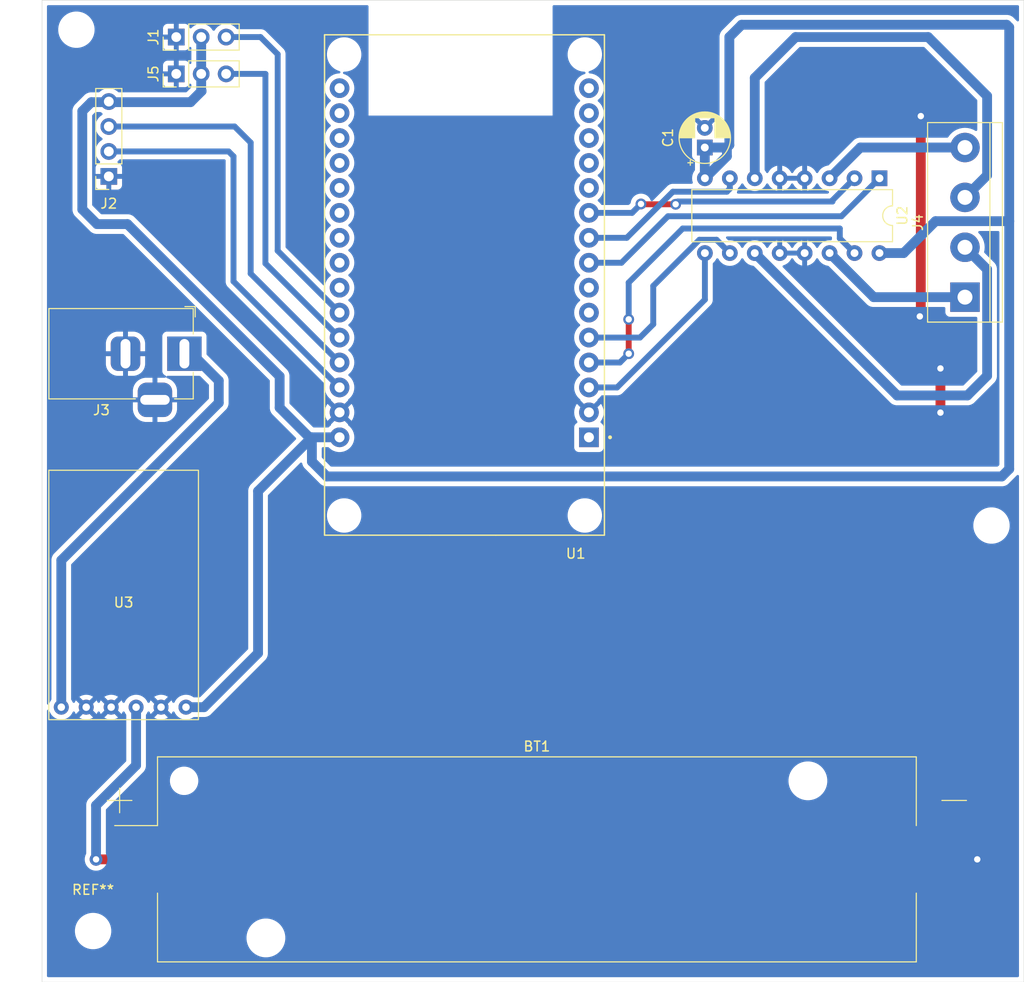
<source format=kicad_pcb>
(kicad_pcb (version 20240108) (generator "pcbnew") (generator_version "8.0")
  (layers (0 "F.Cu" signal) (31 "B.Cu" signal) (34 "B.Paste" user) (35 "F.Paste" user) (36 "B.SilkS" user "B.Silkscreen") (37 "F.SilkS" user "F.Silkscreen") (38 "B.Mask" user) (39 "F.Mask" user) (44 "Edge.Cuts" user))
  (net 0 "")
  (net 1 "GND")
  (net 2 "+BATT")
  (net 3 "+5V")
  (net 4 "/servo1")
  (net 5 "/trig")
  (net 6 "/echo")
  (net 7 "VDC")
  (net 8 "/pot_1y")
  (net 9 "/pot_4y")
  (net 10 "/pot_2y")
  (net 11 "/pot_3y")
  (net 12 "/servo2")
  (net 15 "/en12")
  (net 20 "/4a")
  (net 26 "/1a")
  (net 31 "/2a")
  (net 34 "/en23")
  (net 35 "/3a")
  (footprint "devkit-esp32:MODULE_ESP32_DEVKIT_V1" (layer "F.Cu") (at 82.5 64 180)
    (property "Reference" "U1" (at -11.355 -27.36 0) (layer "F.SilkS"))
    (property "Value" "ESP32-DEVKIT-V1")
    (fp_line (start 14.23 25.475) (end -14.28 25.475) (stroke (width 0.127)) (layer "F.SilkS"))
    (fp_line (start 14.23 -25.475) (end 14.23 25.475) (stroke (width 0.127)) (layer "F.SilkS"))
    (fp_line (start 14.23 -25.475) (end 14.23 25.475) (stroke (width 0.127)) (layer "F.SilkS"))
    (fp_line (start 8.78 25.475) (end 14.23 25.475) (stroke (width 0.127)) (layer "F.SilkS"))
    (fp_line (start 3.5 -25.475) (end 14.23 -25.475) (stroke (width 0.127)) (layer "F.SilkS"))
    (fp_line (start -3.211 -25.475) (end 3.5 -25.475) (stroke (width 0.127)) (layer "F.SilkS"))
    (fp_line (start -8.91 25.475) (end 8.78 25.475) (stroke (width 0.127)) (layer "F.SilkS"))
    (fp_line (start -14.28 25.475) (end -8.91 25.475) (stroke (width 0.127)) (layer "F.SilkS"))
    (fp_line (start -14.28 25.475) (end -14.28 -25.475) (stroke (width 0.127)) (layer "F.SilkS"))
    (fp_line (start -14.28 25.475) (end -14.28 -25.475) (stroke (width 0.127)) (layer "F.SilkS"))
    (fp_line (start -14.28 -25.475) (end 14.23 -25.475) (stroke (width 0.127)) (layer "F.SilkS"))
    (fp_line (start -14.28 -25.475) (end -3.211 -25.475) (stroke (width 0.127)) (layer "F.SilkS"))
    (fp_circle (center -14.85 -15.515) (end -14.75 -15.515) (stroke (width 0.2)) (fill none) (layer "F.SilkS"))
    (pad "" np_thru_hole circle (at -12.28 -23.475 180) (size 3 3) (drill 3) (layers "*.Cu" "*.Mask"))
    (pad "" np_thru_hole circle (at -12.28 23.475 180) (size 3 3) (drill 3) (layers "*.Cu" "*.Mask"))
    (pad "" np_thru_hole circle (at 12.23 -23.475 180) (size 3 3) (drill 3) (layers "*.Cu" "*.Mask"))
    (pad "" np_thru_hole circle (at 12.23 23.475 180) (size 3 3) (drill 3) (layers "*.Cu" "*.Mask"))
    (pad "1" thru_hole rect (at -12.7 -15.515 180) (size 2 2) (drill 1.02) (layers "*.Cu" "*.Mask"))
    (pad "2" thru_hole circle (at -12.7 -12.975 180) (size 2 2) (drill 1.02) (layers "*.Cu" "*.Mask") (net 1 "GND"))
    (pad "3" thru_hole circle (at -12.7 -10.435 180) (size 2 2) (drill 1.02) (layers "*.Cu" "*.Mask") (net 34 "/en23"))
    (pad "4" thru_hole circle (at -12.7 -7.895 180) (size 2 2) (drill 1.02) (layers "*.Cu" "*.Mask") (net 20 "/4a"))
    (pad "5" thru_hole circle (at -12.7 -5.355 180) (size 2 2) (drill 1.02) (layers "*.Cu" "*.Mask") (net 35 "/3a"))
    (pad "6" thru_hole circle (at -12.7 -2.815 180) (size 2 2) (drill 1.02) (layers "*.Cu" "*.Mask"))
    (pad "7" thru_hole circle (at -12.7 -0.275 180) (size 2 2) (drill 1.02) (layers "*.Cu" "*.Mask"))
    (pad "8" thru_hole circle (at -12.7 2.265 180) (size 2 2) (drill 1.02) (layers "*.Cu" "*.Mask") (net 15 "/en12"))
    (pad "9" thru_hole circle (at -12.7 4.805 180) (size 2 2) (drill 1.02) (layers "*.Cu" "*.Mask") (net 31 "/2a"))
    (pad "10" thru_hole circle (at -12.7 7.345 180) (size 2 2) (drill 1.02) (layers "*.Cu" "*.Mask") (net 26 "/1a"))
    (pad "11" thru_hole circle (at -12.7 9.885 180) (size 2 2) (drill 1.02) (layers "*.Cu" "*.Mask"))
    (pad "12" thru_hole circle (at -12.7 12.425 180) (size 2 2) (drill 1.02) (layers "*.Cu" "*.Mask"))
    (pad "13" thru_hole circle (at -12.7 14.965 180) (size 2 2) (drill 1.02) (layers "*.Cu" "*.Mask"))
    (pad "14" thru_hole circle (at -12.7 17.505 180) (size 2 2) (drill 1.02) (layers "*.Cu" "*.Mask"))
    (pad "15" thru_hole circle (at -12.7 20.045 180) (size 2 2) (drill 1.02) (layers "*.Cu" "*.Mask"))
    (pad "16" thru_hole circle (at 12.7 20.045 180) (size 2 2) (drill 1.02) (layers "*.Cu" "*.Mask"))
    (pad "17" thru_hole circle (at 12.7 17.505 180) (size 2 2) (drill 1.02) (layers "*.Cu" "*.Mask"))
    (pad "18" thru_hole circle (at 12.7 14.965 180) (size 2 2) (drill 1.02) (layers "*.Cu" "*.Mask"))
    (pad "19" thru_hole circle (at 12.7 12.425 180) (size 2 2) (drill 1.02) (layers "*.Cu" "*.Mask"))
    (pad "20" thru_hole circle (at 12.7 9.885 180) (size 2 2) (drill 1.02) (layers "*.Cu" "*.Mask"))
    (pad "21" thru_hole circle (at 12.7 7.345 180) (size 2 2) (drill 1.02) (layers "*.Cu" "*.Mask"))
    (pad "22" thru_hole circle (at 12.7 4.805 180) (size 2 2) (drill 1.02) (layers "*.Cu" "*.Mask"))
    (pad "23" thru_hole circle (at 12.7 2.265 180) (size 2 2) (drill 1.02) (layers "*.Cu" "*.Mask"))
    (pad "24" thru_hole circle (at 12.7 -0.275 180) (size 2 2) (drill 1.02) (layers "*.Cu" "*.Mask"))
    (pad "25" thru_hole circle (at 12.7 -2.815 180) (size 2 2) (drill 1.02) (layers "*.Cu" "*.Mask") (net 4 "/servo1"))
    (pad "26" thru_hole circle (at 12.7 -5.355 180) (size 2 2) (drill 1.02) (layers "*.Cu" "*.Mask") (net 12 "/servo2"))
    (pad "27" thru_hole circle (at 12.7 -7.895 180) (size 2 2) (drill 1.02) (layers "*.Cu" "*.Mask") (net 5 "/trig"))
    (pad "28" thru_hole circle (at 12.7 -10.435 180) (size 2 2) (drill 1.02) (layers "*.Cu" "*.Mask") (net 6 "/echo"))
    (pad "29" thru_hole circle (at 12.7 -12.975 180) (size 2 2) (drill 1.02) (layers "*.Cu" "*.Mask") (net 1 "GND"))
    (pad "30" thru_hole circle (at 12.7 -15.515 180) (size 2 2) (drill 1.02) (layers "*.Cu" "*.Mask") (net 3 "+5V"))
    (zone (net 0) (net_name "") (layer "B.Cu") (connect_pads (clearance 0)) (min_thickness 0.01)
      (keepout (tracks not_allowed) (vias not_allowed) (pads not_allowed) (copperpour not_allowed) (footprints allowed))
      (fill (thermal_gap 0.508) (thermal_bridge_width 0.508))
      (polygon (pts (xy 91.41 45.015) (xy 73.72 45.015) (xy 73.72 38.525) (xy 91.41 38.525)))
    )
  )
  (footprint "Connector_BarrelJack:BarrelJack_Horizontal" (layer "F.Cu") (at 54 71)
    (property "Reference" "J3" (at -8.45 5.75 0) (layer "F.SilkS"))
    (property "Value" "Barrel_Jack_Switch")
    (fp_line (start -13.8 -4.6) (end 0.9 -4.6) (stroke (width 0.12)) (layer "F.SilkS"))
    (fp_line (start -13.8 4.6) (end -13.8 -4.6) (stroke (width 0.12)) (layer "F.SilkS"))
    (fp_line (start -5 4.6) (end -13.8 4.6) (stroke (width 0.12)) (layer "F.SilkS"))
    (fp_line (start 0.05 -4.8) (end 1.1 -4.8) (stroke (width 0.12)) (layer "F.SilkS"))
    (fp_line (start 0.9 -4.6) (end 0.9 -2) (stroke (width 0.12)) (layer "F.SilkS"))
    (fp_line (start 0.9 1.9) (end 0.9 4.6) (stroke (width 0.12)) (layer "F.SilkS"))
    (fp_line (start 0.9 4.6) (end -1 4.6) (stroke (width 0.12)) (layer "F.SilkS"))
    (fp_line (start 1.1 -3.75) (end 1.1 -4.8) (stroke (width 0.12)) (layer "F.SilkS"))
    (pad "1" thru_hole rect (at 0 0) (size 3.5 3.5) (drill oval 1 3) (layers "*.Cu" "*.Mask") (net 7 "VDC"))
    (pad "2" thru_hole roundrect (at -6 0) (size 3 3.5) (drill oval 1 3) (layers "*.Cu" "*.Mask") (net 1 "GND"))
    (pad "3" thru_hole roundrect (at -3 4.7) (size 3.5 3.5) (drill oval 3 1) (layers "*.Cu" "*.Mask") (net 1 "GND"))
  )
  (footprint "cd42:mh-cd42" (layer "F.Cu") (at 47.81 95.57)
    (property "Reference" "U3" (at 0 0.77 0) (layer "F.SilkS"))
    (property "Value" "mh-cd42")
    (fp_rect (start -7.62 -12.7) (end 7.62 12.7) (stroke (width 0.12)) (fill none) (layer "F.SilkS"))
    (pad "1" thru_hole circle (at -6.35 11.43) (size 1.524 1.524) (drill 0.762) (layers "*.Cu" "*.Mask") (net 7 "VDC"))
    (pad "2" thru_hole circle (at -3.81 11.43) (size 1.524 1.524) (drill 0.762) (layers "*.Cu" "*.Mask") (net 1 "GND"))
    (pad "3" thru_hole circle (at -1.27 11.43) (size 1.524 1.524) (drill 0.762) (layers "*.Cu" "*.Mask") (net 1 "GND"))
    (pad "4" thru_hole circle (at 1.27 11.43) (size 1.524 1.524) (drill 0.762) (layers "*.Cu" "*.Mask") (net 2 "+BATT"))
    (pad "5" thru_hole circle (at 3.81 11.43) (size 1.524 1.524) (drill 0.762) (layers "*.Cu" "*.Mask") (net 1 "GND"))
    (pad "6" thru_hole circle (at 6.35 11.43) (size 1.524 1.524) (drill 0.762) (layers "*.Cu" "*.Mask") (net 3 "+5V"))
  )
  (footprint "Connector_PinHeader_2.54mm:PinHeader_1x03_P2.54mm_Vertical" (layer "F.Cu") (at 53.17 42.5 90)
    (property "Reference" "J5" (at 0 -2.33 90) (layer "F.SilkS"))
    (property "Value" "servo2")
    (fp_line (start -1.33 -1.33) (end 0 -1.33) (stroke (width 0.12)) (layer "F.SilkS"))
    (fp_line (start -1.33 0) (end -1.33 -1.33) (stroke (width 0.12)) (layer "F.SilkS"))
    (fp_line (start 1.33 1.27) (end 1.33 6.41) (stroke (width 0.12)) (layer "F.SilkS"))
    (fp_line (start -1.33 1.27) (end 1.33 1.27) (stroke (width 0.12)) (layer "F.SilkS"))
    (fp_line (start -1.33 1.27) (end -1.33 6.41) (stroke (width 0.12)) (layer "F.SilkS"))
    (fp_line (start -1.33 6.41) (end 1.33 6.41) (stroke (width 0.12)) (layer "F.SilkS"))
    (pad "1" thru_hole rect (at 0 0 90) (size 1.7 1.7) (drill 1) (layers "*.Cu" "*.Mask") (net 1 "GND"))
    (pad "2" thru_hole oval (at 0 2.54 90) (size 1.7 1.7) (drill 1) (layers "*.Cu" "*.Mask") (net 3 "+5V"))
    (pad "3" thru_hole oval (at 0 5.08 90) (size 1.7 1.7) (drill 1) (layers "*.Cu" "*.Mask") (net 12 "/servo2"))
  )
  (footprint "MountingHole:MountingHole_3.2mm_M3" (layer "F.Cu") (at 44.7 129.8)
    (property "Reference" "REF**" (at 0 -4.2 0) (layer "F.SilkS"))
    (property "Value" "MountingHole_3.2mm_M3")
    (pad "" np_thru_hole circle (at 0 0) (size 3.2 3.2) (drill 3.2) (layers "*.Cu" "*.Mask"))
  )
  (footprint "Connector_PinSocket_2.54mm:PinSocket_1x04_P2.54mm_Vertical" (layer "F.Cu") (at 46.3 52.94 180)
    (property "Reference" "J2" (at 0 -2.77 0) (layer "F.SilkS"))
    (property "Value" "ultrasonido")
    (fp_line (start 1.33 1.27) (end 1.33 8.95) (stroke (width 0.12)) (layer "F.SilkS"))
    (fp_line (start 1.33 -1.33) (end 1.33 0) (stroke (width 0.12)) (layer "F.SilkS"))
    (fp_line (start 0 -1.33) (end 1.33 -1.33) (stroke (width 0.12)) (layer "F.SilkS"))
    (fp_line (start -1.33 8.95) (end 1.33 8.95) (stroke (width 0.12)) (layer "F.SilkS"))
    (fp_line (start -1.33 1.27) (end 1.33 1.27) (stroke (width 0.12)) (layer "F.SilkS"))
    (fp_line (start -1.33 1.27) (end -1.33 8.95) (stroke (width 0.12)) (layer "F.SilkS"))
    (pad "1" thru_hole rect (at 0 0 180) (size 1.7 1.7) (drill 1) (layers "*.Cu" "*.Mask") (net 1 "GND"))
    (pad "2" thru_hole oval (at 0 2.54 180) (size 1.7 1.7) (drill 1) (layers "*.Cu" "*.Mask") (net 6 "/echo"))
    (pad "3" thru_hole oval (at 0 5.08 180) (size 1.7 1.7) (drill 1) (layers "*.Cu" "*.Mask") (net 5 "/trig"))
    (pad "4" thru_hole oval (at 0 7.62 180) (size 1.7 1.7) (drill 1) (layers "*.Cu" "*.Mask") (net 3 "+5V"))
  )
  (footprint "Battery:BatteryHolder_Keystone_1042_1x18650" (layer "F.Cu") (at 89.9 122.5)
    (property "Reference" "BT1" (at 0 -11.5 0) (layer "F.SilkS"))
    (property "Value" "Battery")
    (fp_line (start -43.75 -6) (end -41.25 -6) (stroke (width 0.12)) (layer "F.SilkS"))
    (fp_line (start -42.5 -4.75) (end -42.5 -7.25) (stroke (width 0.12)) (layer "F.SilkS"))
    (fp_line (start -38.64 -10.44) (end -38.64 -3.44) (stroke (width 0.12)) (layer "F.SilkS"))
    (fp_line (start -38.64 -3.44) (end -43 -3.44) (stroke (width 0.12)) (layer "F.SilkS"))
    (fp_line (start -38.64 10.44) (end -38.64 3.44) (stroke (width 0.12)) (layer "F.SilkS"))
    (fp_line (start 38.64 -10.44) (end -38.64 -10.44) (stroke (width 0.12)) (layer "F.SilkS"))
    (fp_line (start 38.64 -3.44) (end 38.64 -10.42) (stroke (width 0.12)) (layer "F.SilkS"))
    (fp_line (start 38.64 3.44) (end 38.64 10.44) (stroke (width 0.12)) (layer "F.SilkS"))
    (fp_line (start 38.64 10.44) (end -38.64 10.44) (stroke (width 0.12)) (layer "F.SilkS"))
    (fp_line (start 43.75 -6) (end 41.25 -6) (stroke (width 0.12)) (layer "F.SilkS"))
    (pad "" np_thru_hole circle (at -35.93 -8) (size 2.39 2.39) (drill 2.39) (layers "*.Cu" "*.Mask"))
    (pad "" np_thru_hole circle (at -27.6 8) (size 3.45 3.45) (drill 3.45) (layers "*.Cu" "*.Mask"))
    (pad "" np_thru_hole circle (at 27.6 -8) (size 3.45 3.45) (drill 3.45) (layers "*.Cu" "*.Mask"))
    (pad "1" smd rect (at -39.33 0) (size 7.34 6.35) (layers "F.Cu" "F.Paste" "F.Mask") (net 2 "+BATT"))
    (pad "2" smd rect (at 39.33 0) (size 7.34 6.35) (layers "F.Cu" "F.Paste" "F.Mask") (net 1 "GND"))
  )
  (footprint "Capacitor_THT:CP_Radial_D5.0mm_P2.00mm" (layer "F.Cu") (at 107 50 90)
    (property "Reference" "C1" (at 1 -3.75 90) (layer "F.SilkS"))
    (property "Value" "1u")
    (fp_line (start 1.04 -2.58) (end 1.04 -1.04) (stroke (width 0.12)) (layer "F.SilkS"))
    (fp_line (start 1 -2.58) (end 1 -1.04) (stroke (width 0.12)) (layer "F.SilkS"))
    (fp_line (start 1.08 -2.579) (end 1.08 -1.04) (stroke (width 0.12)) (layer "F.SilkS"))
    (fp_line (start 1.12 -2.578) (end 1.12 -1.04) (stroke (width 0.12)) (layer "F.SilkS"))
    (fp_line (start 1.16 -2.576) (end 1.16 -1.04) (stroke (width 0.12)) (layer "F.SilkS"))
    (fp_line (start 1.2 -2.573) (end 1.2 -1.04) (stroke (width 0.12)) (layer "F.SilkS"))
    (fp_line (start 1.24 -2.569) (end 1.24 -1.04) (stroke (width 0.12)) (layer "F.SilkS"))
    (fp_line (start 1.28 -2.565) (end 1.28 -1.04) (stroke (width 0.12)) (layer "F.SilkS"))
    (fp_line (start 1.32 -2.561) (end 1.32 -1.04) (stroke (width 0.12)) (layer "F.SilkS"))
    (fp_line (start 1.36 -2.556) (end 1.36 -1.04) (stroke (width 0.12)) (layer "F.SilkS"))
    (fp_line (start 1.4 -2.55) (end 1.4 -1.04) (stroke (width 0.12)) (layer "F.SilkS"))
    (fp_line (start 1.44 -2.543) (end 1.44 -1.04) (stroke (width 0.12)) (layer "F.SilkS"))
    (fp_line (start 1.48 -2.536) (end 1.48 -1.04) (stroke (width 0.12)) (layer "F.SilkS"))
    (fp_line (start 1.52 -2.528) (end 1.52 -1.04) (stroke (width 0.12)) (layer "F.SilkS"))
    (fp_line (start 1.56 -2.52) (end 1.56 -1.04) (stroke (width 0.12)) (layer "F.SilkS"))
    (fp_line (start 1.6 -2.511) (end 1.6 -1.04) (stroke (width 0.12)) (layer "F.SilkS"))
    (fp_line (start 1.64 -2.501) (end 1.64 -1.04) (stroke (width 0.12)) (layer "F.SilkS"))
    (fp_line (start 1.68 -2.491) (end 1.68 -1.04) (stroke (width 0.12)) (layer "F.SilkS"))
    (fp_line (start 1.721 -2.48) (end 1.721 -1.04) (stroke (width 0.12)) (layer "F.SilkS"))
    (fp_line (start 1.761 -2.468) (end 1.761 -1.04) (stroke (width 0.12)) (layer "F.SilkS"))
    (fp_line (start 1.801 -2.455) (end 1.801 -1.04) (stroke (width 0.12)) (layer "F.SilkS"))
    (fp_line (start 1.841 -2.442) (end 1.841 -1.04) (stroke (width 0.12)) (layer "F.SilkS"))
    (fp_line (start 1.881 -2.428) (end 1.881 -1.04) (stroke (width 0.12)) (layer "F.SilkS"))
    (fp_line (start 1.921 -2.414) (end 1.921 -1.04) (stroke (width 0.12)) (layer "F.SilkS"))
    (fp_line (start 1.961 -2.398) (end 1.961 -1.04) (stroke (width 0.12)) (layer "F.SilkS"))
    (fp_line (start 2.001 -2.382) (end 2.001 -1.04) (stroke (width 0.12)) (layer "F.SilkS"))
    (fp_line (start 2.041 -2.365) (end 2.041 -1.04) (stroke (width 0.12)) (layer "F.SilkS"))
    (fp_line (start 2.081 -2.348) (end 2.081 -1.04) (stroke (width 0.12)) (layer "F.SilkS"))
    (fp_line (start 2.121 -2.329) (end 2.121 -1.04) (stroke (width 0.12)) (layer "F.SilkS"))
    (fp_line (start 2.161 -2.31) (end 2.161 -1.04) (stroke (width 0.12)) (layer "F.SilkS"))
    (fp_line (start 2.201 -2.29) (end 2.201 -1.04) (stroke (width 0.12)) (layer "F.SilkS"))
    (fp_line (start 2.241 -2.268) (end 2.241 -1.04) (stroke (width 0.12)) (layer "F.SilkS"))
    (fp_line (start 2.281 -2.247) (end 2.281 -1.04) (stroke (width 0.12)) (layer "F.SilkS"))
    (fp_line (start 2.321 -2.224) (end 2.321 -1.04) (stroke (width 0.12)) (layer "F.SilkS"))
    (fp_line (start 2.361 -2.2) (end 2.361 -1.04) (stroke (width 0.12)) (layer "F.SilkS"))
    (fp_line (start 2.401 -2.175) (end 2.401 -1.04) (stroke (width 0.12)) (layer "F.SilkS"))
    (fp_line (start 2.441 -2.149) (end 2.441 -1.04) (stroke (width 0.12)) (layer "F.SilkS"))
    (fp_line (start 2.481 -2.122) (end 2.481 -1.04) (stroke (width 0.12)) (layer "F.SilkS"))
    (fp_line (start 2.521 -2.095) (end 2.521 -1.04) (stroke (width 0.12)) (layer "F.SilkS"))
    (fp_line (start 2.561 -2.065) (end 2.561 -1.04) (stroke (width 0.12)) (layer "F.SilkS"))
    (fp_line (start 2.601 -2.035) (end 2.601 -1.04) (stroke (width 0.12)) (layer "F.SilkS"))
    (fp_line (start 2.641 -2.004) (end 2.641 -1.04) (stroke (width 0.12)) (layer "F.SilkS"))
    (fp_line (start 2.681 -1.971) (end 2.681 -1.04) (stroke (width 0.12)) (layer "F.SilkS"))
    (fp_line (start 2.721 -1.937) (end 2.721 -1.04) (stroke (width 0.12)) (layer "F.SilkS"))
    (fp_line (start 2.761 -1.901) (end 2.761 -1.04) (stroke (width 0.12)) (layer "F.SilkS"))
    (fp_line (start 2.801 -1.864) (end 2.801 -1.04) (stroke (width 0.12)) (layer "F.SilkS"))
    (fp_line (start 2.841 -1.826) (end 2.841 -1.04) (stroke (width 0.12)) (layer "F.SilkS"))
    (fp_line (start 2.881 -1.785) (end 2.881 -1.04) (stroke (width 0.12)) (layer "F.SilkS"))
    (fp_line (start 2.921 -1.743) (end 2.921 -1.04) (stroke (width 0.12)) (layer "F.SilkS"))
    (fp_line (start -1.554775 -1.725) (end -1.554775 -1.225) (stroke (width 0.12)) (layer "F.SilkS"))
    (fp_line (start 2.961 -1.699) (end 2.961 -1.04) (stroke (width 0.12)) (layer "F.SilkS"))
    (fp_line (start 3.001 -1.653) (end 3.001 -1.04) (stroke (width 0.12)) (layer "F.SilkS"))
    (fp_line (start 3.041 -1.605) (end 3.041 1.605) (stroke (width 0.12)) (layer "F.SilkS"))
    (fp_line (start 3.081 -1.554) (end 3.081 1.554) (stroke (width 0.12)) (layer "F.SilkS"))
    (fp_line (start 3.121 -1.5) (end 3.121 1.5) (stroke (width 0.12)) (layer "F.SilkS"))
    (fp_line (start -1.804775 -1.475) (end -1.304775 -1.475) (stroke (width 0.12)) (layer "F.SilkS"))
    (fp_line (start 3.161 -1.443) (end 3.161 1.443) (stroke (width 0.12)) (layer "F.SilkS"))
    (fp_line (start 3.201 -1.383) (end 3.201 1.383) (stroke (width 0.12)) (layer "F.SilkS"))
    (fp_line (start 3.241 -1.319) (end 3.241 1.319) (stroke (width 0.12)) (layer "F.SilkS"))
    (fp_line (start 3.281 -1.251) (end 3.281 1.251) (stroke (width 0.12)) (layer "F.SilkS"))
    (fp_line (start 3.321 -1.178) (end 3.321 1.178) (stroke (width 0.12)) (layer "F.SilkS"))
    (fp_line (start 3.361 -1.098) (end 3.361 1.098) (stroke (width 0.12)) (layer "F.SilkS"))
    (fp_line (start 3.401 -1.011) (end 3.401 1.011) (stroke (width 0.12)) (layer "F.SilkS"))
    (fp_line (start 3.441 -0.915) (end 3.441 0.915) (stroke (width 0.12)) (layer "F.SilkS"))
    (fp_line (start 3.481 -0.805) (end 3.481 0.805) (stroke (width 0.12)) (layer "F.SilkS"))
    (fp_line (start 3.521 -0.677) (end 3.521 0.677) (stroke (width 0.12)) (layer "F.SilkS"))
    (fp_line (start 3.561 -0.518) (end 3.561 0.518) (stroke (width 0.12)) (layer "F.SilkS"))
    (fp_line (start 3.601 -0.284) (end 3.601 0.284) (stroke (width 0.12)) (layer "F.SilkS"))
    (fp_line (start 3.001 1.04) (end 3.001 1.653) (stroke (width 0.12)) (layer "F.SilkS"))
    (fp_line (start 2.961 1.04) (end 2.961 1.699) (stroke (width 0.12)) (layer "F.SilkS"))
    (fp_line (start 2.921 1.04) (end 2.921 1.743) (stroke (width 0.12)) (layer "F.SilkS"))
    (fp_line (start 2.881 1.04) (end 2.881 1.785) (stroke (width 0.12)) (layer "F.SilkS"))
    (fp_line (start 2.841 1.04) (end 2.841 1.826) (stroke (width 0.12)) (layer "F.SilkS"))
    (fp_line (start 2.801 1.04) (end 2.801 1.864) (stroke (width 0.12)) (layer "F.SilkS"))
    (fp_line (start 2.761 1.04) (end 2.761 1.901) (stroke (width 0.12)) (layer "F.SilkS"))
    (fp_line (start 2.721 1.04) (end 2.721 1.937) (stroke (width 0.12)) (layer "F.SilkS"))
    (fp_line (start 2.681 1.04) (end 2.681 1.971) (stroke (width 0.12)) (layer "F.SilkS"))
    (fp_line (start 2.641 1.04) (end 2.641 2.004) (stroke (width 0.12)) (layer "F.SilkS"))
    (fp_line (start 2.601 1.04) (end 2.601 2.035) (stroke (width 0.12)) (layer "F.SilkS"))
    (fp_line (start 2.561 1.04) (end 2.561 2.065) (stroke (width 0.12)) (layer "F.SilkS"))
    (fp_line (start 2.521 1.04) (end 2.521 2.095) (stroke (width 0.12)) (layer "F.SilkS"))
    (fp_line (start 2.481 1.04) (end 2.481 2.122) (stroke (width 0.12)) (layer "F.SilkS"))
    (fp_line (start 2.441 1.04) (end 2.441 2.149) (stroke (width 0.12)) (layer "F.SilkS"))
    (fp_line (start 2.401 1.04) (end 2.401 2.175) (stroke (width 0.12)) (layer "F.SilkS"))
    (fp_line (start 2.361 1.04) (end 2.361 2.2) (stroke (width 0.12)) (layer "F.SilkS"))
    (fp_line (start 2.321 1.04) (end 2.321 2.224) (stroke (width 0.12)) (layer "F.SilkS"))
    (fp_line (start 2.281 1.04) (end 2.281 2.247) (stroke (width 0.12)) (layer "F.SilkS"))
    (fp_line (start 2.241 1.04) (end 2.241 2.268) (stroke (width 0.12)) (layer "F.SilkS"))
    (fp_line (start 2.201 1.04) (end 2.201 2.29) (stroke (width 0.12)) (layer "F.SilkS"))
    (fp_line (start 2.161 1.04) (end 2.161 2.31) (stroke (width 0.12)) (layer "F.SilkS"))
    (fp_line (start 2.121 1.04) (end 2.121 2.329) (stroke (width 0.12)) (layer "F.SilkS"))
    (fp_line (start 2.081 1.04) (end 2.081 2.348) (stroke (width 0.12)) (layer "F.SilkS"))
    (fp_line (start 2.041 1.04) (end 2.041 2.365) (stroke (width 0.12)) (layer "F.SilkS"))
    (fp_line (start 2.001 1.04) (end 2.001 2.382) (stroke (width 0.12)) (layer "F.SilkS"))
    (fp_line (start 1.961 1.04) (end 1.961 2.398) (stroke (width 0.12)) (layer "F.SilkS"))
    (fp_line (start 1.921 1.04) (end 1.921 2.414) (stroke (width 0.12)) (layer "F.SilkS"))
    (fp_line (start 1.881 1.04) (end 1.881 2.428) (stroke (width 0.12)) (layer "F.SilkS"))
    (fp_line (start 1.841 1.04) (end 1.841 2.442) (stroke (width 0.12)) (layer "F.SilkS"))
    (fp_line (start 1.801 1.04) (end 1.801 2.455) (stroke (width 0.12)) (layer "F.SilkS"))
    (fp_line (start 1.761 1.04) (end 1.761 2.468) (stroke (width 0.12)) (layer "F.SilkS"))
    (fp_line (start 1.721 1.04) (end 1.721 2.48) (stroke (width 0.12)) (layer "F.SilkS"))
    (fp_line (start 1.68 1.04) (end 1.68 2.491) (stroke (width 0.12)) (layer "F.SilkS"))
    (fp_line (start 1.64 1.04) (end 1.64 2.501) (stroke (width 0.12)) (layer "F.SilkS"))
    (fp_line (start 1.6 1.04) (end 1.6 2.511) (stroke (width 0.12)) (layer "F.SilkS"))
    (fp_line (start 1.56 1.04) (end 1.56 2.52) (stroke (width 0.12)) (layer "F.SilkS"))
    (fp_line (start 1.52 1.04) (end 1.52 2.528) (stroke (width 0.12)) (layer "F.SilkS"))
    (fp_line (start 1.48 1.04) (end 1.48 2.536) (stroke (width 0.12)) (layer "F.SilkS"))
    (fp_line (start 1.44 1.04) (end 1.44 2.543) (stroke (width 0.12)) (layer "F.SilkS"))
    (fp_line (start 1.4 1.04) (end 1.4 2.55) (stroke (width 0.12)) (layer "F.SilkS"))
    (fp_line (start 1.36 1.04) (end 1.36 2.556) (stroke (width 0.12)) (layer "F.SilkS"))
    (fp_line (start 1.32 1.04) (end 1.32 2.561) (stroke (width 0.12)) (layer "F.SilkS"))
    (fp_line (start 1.28 1.04) (end 1.28 2.565) (stroke (width 0.12)) (layer "F.SilkS"))
    (fp_line (start 1.24 1.04) (end 1.24 2.569) (stroke (width 0.12)) (layer "F.SilkS"))
    (fp_line (start 1.2 1.04) (end 1.2 2.573) (stroke (width 0.12)) (layer "F.SilkS"))
    (fp_line (start 1.16 1.04) (end 1.16 2.576) (stroke (width 0.12)) (layer "F.SilkS"))
    (fp_line (start 1.12 1.04) (end 1.12 2.578) (stroke (width 0.12)) (layer "F.SilkS"))
    (fp_line (start 1.08 1.04) (end 1.08 2.579) (stroke (width 0.12)) (layer "F.SilkS"))
    (fp_line (start 1.04 1.04) (end 1.04 2.58) (stroke (width 0.12)) (layer "F.SilkS"))
    (fp_line (start 1 1.04) (end 1 2.58) (stroke (width 0.12)) (layer "F.SilkS"))
    (fp_circle (center 1 0) (end 3.62 0) (stroke (width 0.12)) (fill none) (layer "F.SilkS"))
    (pad "1" thru_hole rect (at 0 0 90) (size 1.6 1.6) (drill 0.8) (layers "*.Cu" "*.Mask") (net 3 "+5V"))
    (pad "2" thru_hole circle (at 2 0 90) (size 1.6 1.6) (drill 0.8) (layers "*.Cu" "*.Mask") (net 1 "GND"))
  )
  (footprint "Connector_PinHeader_2.54mm:PinHeader_1x03_P2.54mm_Vertical" (layer "F.Cu") (at 53.17 38.75 90)
    (property "Reference" "J1" (at 0 -2.33 90) (layer "F.SilkS"))
    (property "Value" "servo1")
    (fp_line (start -1.33 -1.33) (end 0 -1.33) (stroke (width 0.12)) (layer "F.SilkS"))
    (fp_line (start -1.33 0) (end -1.33 -1.33) (stroke (width 0.12)) (layer "F.SilkS"))
    (fp_line (start 1.33 1.27) (end 1.33 6.41) (stroke (width 0.12)) (layer "F.SilkS"))
    (fp_line (start -1.33 1.27) (end 1.33 1.27) (stroke (width 0.12)) (layer "F.SilkS"))
    (fp_line (start -1.33 1.27) (end -1.33 6.41) (stroke (width 0.12)) (layer "F.SilkS"))
    (fp_line (start -1.33 6.41) (end 1.33 6.41) (stroke (width 0.12)) (layer "F.SilkS"))
    (pad "1" thru_hole rect (at 0 0 90) (size 1.7 1.7) (drill 1) (layers "*.Cu" "*.Mask") (net 1 "GND"))
    (pad "2" thru_hole oval (at 0 2.54 90) (size 1.7 1.7) (drill 1) (layers "*.Cu" "*.Mask") (net 3 "+5V"))
    (pad "3" thru_hole oval (at 0 5.08 90) (size 1.7 1.7) (drill 1) (layers "*.Cu" "*.Mask") (net 4 "/servo1"))
  )
  (footprint "" (layer "F.Cu") (at 43 38)
    (property "Reference" "" (at 0 0 0) (layer "F.SilkS") (effects (font (size 1.27 1.27))))
    (property "Value" "")
    (pad "" np_thru_hole circle (at 0 0) (size 3.2 3.2) (drill 3.2) (layers "F&B.Cu" "*.Mask"))
  )
  (footprint "Package_DIP:DIP-16_W7.62mm" (layer "F.Cu") (at 124.79 53.13 -90)
    (property "Reference" "U2" (at 3.81 -2.33 90) (layer "F.SilkS"))
    (property "Value" "L293D")
    (fp_line (start 1.16 19.11) (end 6.46 19.11) (stroke (width 0.12)) (layer "F.SilkS"))
    (fp_line (start 6.46 19.11) (end 6.46 -1.33) (stroke (width 0.12)) (layer "F.SilkS"))
    (fp_line (start 1.16 -1.33) (end 1.16 19.11) (stroke (width 0.12)) (layer "F.SilkS"))
    (fp_line (start 2.81 -1.33) (end 1.16 -1.33) (stroke (width 0.12)) (layer "F.SilkS"))
    (fp_line (start 6.46 -1.33) (end 4.81 -1.33) (stroke (width 0.12)) (layer "F.SilkS"))
    (fp_arc (start 4.81 -1.33) (mid 3.81 -0.33) (end 2.81 -1.33) (stroke (width 0.12)) (layer "F.SilkS"))
    (pad "1" thru_hole rect (at 0 0 270) (size 1.6 1.6) (drill 0.8) (layers "*.Cu" "*.Mask") (net 15 "/en12"))
    (pad "2" thru_hole oval (at 0 2.54 270) (size 1.6 1.6) (drill 0.8) (layers "*.Cu" "*.Mask") (net 26 "/1a"))
    (pad "3" thru_hole oval (at 0 5.08 270) (size 1.6 1.6) (drill 0.8) (layers "*.Cu" "*.Mask") (net 8 "/pot_1y"))
    (pad "4" thru_hole oval (at 0 7.62 270) (size 1.6 1.6) (drill 0.8) (layers "*.Cu" "*.Mask") (net 1 "GND"))
    (pad "5" thru_hole oval (at 0 10.16 270) (size 1.6 1.6) (drill 0.8) (layers "*.Cu" "*.Mask") (net 1 "GND"))
    (pad "6" thru_hole oval (at 0 12.7 270) (size 1.6 1.6) (drill 0.8) (layers "*.Cu" "*.Mask") (net 10 "/pot_2y"))
    (pad "7" thru_hole oval (at 0 15.24 270) (size 1.6 1.6) (drill 0.8) (layers "*.Cu" "*.Mask") (net 31 "/2a"))
    (pad "8" thru_hole oval (at 0 17.78 270) (size 1.6 1.6) (drill 0.8) (layers "*.Cu" "*.Mask") (net 3 "+5V"))
    (pad "9" thru_hole oval (at 7.62 17.78 270) (size 1.6 1.6) (drill 0.8) (layers "*.Cu" "*.Mask") (net 34 "/en23"))
    (pad "10" thru_hole oval (at 7.62 15.24 270) (size 1.6 1.6) (drill 0.8) (layers "*.Cu" "*.Mask") (net 35 "/3a"))
    (pad "11" thru_hole oval (at 7.62 12.7 270) (size 1.6 1.6) (drill 0.8) (layers "*.Cu" "*.Mask") (net 11 "/pot_3y"))
    (pad "12" thru_hole oval (at 7.62 10.16 270) (size 1.6 1.6) (drill 0.8) (layers "*.Cu" "*.Mask") (net 1 "GND"))
    (pad "13" thru_hole oval (at 7.62 7.62 270) (size 1.6 1.6) (drill 0.8) (layers "*.Cu" "*.Mask") (net 1 "GND"))
    (pad "14" thru_hole oval (at 7.62 5.08 270) (size 1.6 1.6) (drill 0.8) (layers "*.Cu" "*.Mask") (net 9 "/pot_4y"))
    (pad "15" thru_hole oval (at 7.62 2.54 270) (size 1.6 1.6) (drill 0.8) (layers "*.Cu" "*.Mask") (net 20 "/4a"))
    (pad "16" thru_hole oval (at 7.62 0 270) (size 1.6 1.6) (drill 0.8) (layers "*.Cu" "*.Mask") (net 3 "+5V"))
  )
  (footprint "TerminalBlock:TerminalBlock_bornier-4_P5.08mm" (layer "F.Cu") (at 133.5 65.24 90)
    (property "Reference" "J4" (at 7.6 -4.8 90) (layer "F.SilkS"))
    (property "Value" "motores")
    (fp_line (start -2.54 -3.81) (end 17.78 -3.81) (stroke (width 0.12)) (layer "F.SilkS"))
    (fp_line (start -2.54 -3.81) (end -2.54 3.81) (stroke (width 0.12)) (layer "F.SilkS"))
    (fp_line (start 17.78 2.54) (end -2.54 2.54) (stroke (width 0.12)) (layer "F.SilkS"))
    (fp_line (start 17.78 3.81) (end 17.78 -3.81) (stroke (width 0.12)) (layer "F.SilkS"))
    (fp_line (start -2.54 3.81) (end 17.78 3.81) (stroke (width 0.12)) (layer "F.SilkS"))
    (pad "1" thru_hole rect (at 0 0 90) (size 3 3) (drill 1.52) (layers "*.Cu" "*.Mask") (net 9 "/pot_4y"))
    (pad "2" thru_hole circle (at 5.08 0 90) (size 3 3) (drill 1.52) (layers "*.Cu" "*.Mask") (net 11 "/pot_3y"))
    (pad "3" thru_hole circle (at 10.16 0 90) (size 3 3) (drill 1.52) (layers "*.Cu" "*.Mask") (net 10 "/pot_2y"))
    (pad "4" thru_hole circle (at 15.24 0 90) (size 3 3) (drill 1.52) (layers "*.Cu" "*.Mask") (net 8 "/pot_1y"))
  )
  (footprint "" (layer "F.Cu") (at 136.2 88.5)
    (property "Reference" "" (at 0 0 0) (layer "F.SilkS") (effects (font (size 1.27 1.27))))
    (property "Value" "")
    (pad "" np_thru_hole circle (at 0 0) (size 3.2 3.2) (drill 3.2) (layers "F&B.Cu" "*.Mask"))
  )
  (gr_rect (start 39.5 35) (end 139.5 135) (stroke (width 0.05)) (fill none) (layer "Edge.Cuts"))
  (segment (start 129.23 122.5) (end 134.75 122.5) (width 1) (layer "F.Cu") (net 1))
  (segment (start 131 77) (end 131 72.5) (width 1) (layer "F.Cu") (net 1))
  (segment (start 128.9 67.2) (end 129 67.2) (width 1) (layer "F.Cu") (net 1))
  (segment (start 129 67.2) (end 129 46.8) (width 1) (layer "F.Cu") (net 1))
  (via (at 129 46.8) (size 1.3) (drill 0.65) (layers "F.Cu" "B.Cu") (net 1))
  (via (at 128.9 67.2) (size 1.1) (drill 0.65) (layers "F.Cu" "B.Cu") (net 1))
  (via (at 131 72.5) (size 1.3) (drill 0.65) (layers "F.Cu" "B.Cu") (net 1))
  (via (at 134.75 122.5) (size 1.3) (drill 0.65) (layers "F.Cu" "B.Cu") (net 1))
  (via (at 131 77) (size 1.3) (drill 0.65) (layers "F.Cu" "B.Cu") (net 1))
  (segment (start 50.57 122.5) (end 45 122.5) (width 1) (layer "F.Cu") (net 2))
  (via (at 45 122.5) (size 1.3) (drill 0.65) (layers "F.Cu" "B.Cu") (net 2))
  (segment (start 49.08 112.92) (end 49.08 107) (width 1) (layer "B.Cu") (net 2))
  (segment (start 45 117) (end 49.08 112.92) (width 1) (layer "B.Cu") (net 2))
  (segment (start 45 122.5) (end 45 117) (width 1) (layer "B.Cu") (net 2))
  (segment (start 61.5 85) (end 66.985 79.515) (width 1) (layer "B.Cu") (net 3))
  (segment (start 66.985 79.515) (end 69.8 79.515) (width 1) (layer "B.Cu") (net 3))
  (segment (start 56 107) (end 61.5 101.5) (width 1) (layer "B.Cu") (net 3))
  (segment (start 63.7 76.5) (end 66.715 79.515) (width 1) (layer "B.Cu") (net 3))
  (segment (start 130.5 57.5) (end 127.25 60.75) (width 1) (layer "B.Cu") (net 3))
  (segment (start 43.6 56.3) (end 45.1 57.8) (width 1) (layer "B.Cu") (net 3))
  (segment (start 138.004 82.746) (end 138.004 57.5) (width 1) (layer "B.Cu") (net 3))
  (segment (start 66.985 79.515) (end 66.985 81.985) (width 1) (layer "B.Cu") (net 3))
  (segment (start 48.2 57.8) (end 63.7 73.3) (width 1) (layer "B.Cu") (net 3))
  (segment (start 45.1 57.8) (end 48.2 57.8) (width 1) (layer "B.Cu") (net 3))
  (segment (start 61.5 101.5) (end 61.5 85) (width 1) (layer "B.Cu") (net 3))
  (segment (start 43.6 46.3) (end 43.6 56.3) (width 1) (layer "B.Cu") (net 3))
  (segment (start 54.16 107) (end 56 107) (width 1) (layer "B.Cu") (net 3))
  (segment (start 109.5 38.75) (end 109.5 49.75) (width 1) (layer "B.Cu") (net 3))
  (segment (start 109.5 49.75) (end 109.25 50) (width 1) (layer "B.Cu") (net 3))
  (segment (start 109.25 50) (end 107 50) (width 1) (layer "B.Cu") (net 3))
  (segment (start 55.75 44.25) (end 54.62 45.38) (width 1) (layer "B.Cu") (net 3))
  (segment (start 137.746 37.496) (end 110.754 37.496) (width 1) (layer "B.Cu") (net 3))
  (segment (start 55.71 42.25) (end 55.71 44.21) (width 1) (layer "B.Cu") (net 3))
  (segment (start 44.52 45.38) (end 43.6 46.3) (width 1) (layer "B.Cu") (net 3))
  (segment (start 109.25 50) (end 109.25 50.89) (width 1) (layer "B.Cu") (net 3))
  (segment (start 107 50) (end 107 53.12) (width 1) (layer "B.Cu") (net 3))
  (segment (start 55.71 44.21) (end 55.75 44.25) (width 1) (layer "B.Cu") (net 3))
  (segment (start 54.62 45.38) (end 44.52 45.38) (width 1) (layer "B.Cu") (net 3))
  (segment (start 138.004 57.5) (end 130.5 57.5) (width 1) (layer "B.Cu") (net 3))
  (segment (start 138.004 37.754) (end 137.746 37.496) (width 1) (layer "B.Cu") (net 3))
  (segment (start 127.25 60.75) (end 124.79 60.75) (width 1) (layer "B.Cu") (net 3))
  (segment (start 137.25 83.5) (end 138.004 82.746) (width 1) (layer "B.Cu") (net 3))
  (segment (start 138.004 57.5) (end 138.004 37.754) (width 1) (layer "B.Cu") (net 3))
  (segment (start 110.754 37.496) (end 109.5 38.75) (width 1) (layer "B.Cu") (net 3))
  (segment (start 66.715 79.515) (end 66.985 79.515) (width 1) (layer "B.Cu") (net 3))
  (segment (start 68.5 83.5) (end 137.25 83.5) (width 1) (layer "B.Cu") (net 3))
  (segment (start 66.985 81.985) (end 68.5 83.5) (width 1) (layer "B.Cu") (net 3))
  (segment (start 109.25 50.89) (end 107.01 53.13) (width 1) (layer "B.Cu") (net 3))
  (segment (start 107 53.12) (end 107.01 53.13) (width 1) (layer "B.Cu") (net 3))
  (segment (start 63.7 73.3) (end 63.7 76.5) (width 1) (layer "B.Cu") (net 3))
  (segment (start 55.71 38.75) (end 55.71 42.25) (width 1) (layer "B.Cu") (net 3))
  (segment (start 63.5 40.5) (end 63.5 60.515) (width 0.6) (layer "B.Cu") (net 4))
  (segment (start 61.75 38.75) (end 63.5 40.5) (width 0.6) (layer "B.Cu") (net 4))
  (segment (start 58.25 38.75) (end 61.75 38.75) (width 0.6) (layer "B.Cu") (net 4))
  (segment (start 63.5 60.515) (end 69.8 66.815) (width 0.6) (layer "B.Cu") (net 4))
  (segment (start 59.11 47.86) (end 46.3 47.86) (width 0.6) (layer "B.Cu") (net 5))
  (segment (start 60.75 62.845) (end 60.75 49.5) (width 0.6) (layer "B.Cu") (net 5))
  (segment (start 69.8 71.895) (end 60.75 62.845) (width 0.6) (layer "B.Cu") (net 5))
  (segment (start 60.75 49.5) (end 59.11 47.86) (width 0.6) (layer "B.Cu") (net 5))
  (segment (start 58.5 50.4) (end 46.3 50.4) (width 0.6) (layer "B.Cu") (net 6))
  (segment (start 59 63.635) (end 59 50.9) (width 0.6) (layer "B.Cu") (net 6))
  (segment (start 69.8 74.435) (end 59 63.635) (width 0.6) (layer "B.Cu") (net 6))
  (segment (start 59 50.9) (end 58.5 50.4) (width 0.6) (layer "B.Cu") (net 6))
  (segment (start 57.5 76) (end 57.5 73.75) (width 1) (layer "B.Cu") (net 7))
  (segment (start 57.5 73.75) (end 54.75 71) (width 1) (layer "B.Cu") (net 7))
  (segment (start 41.46 92.04) (end 57.5 76) (width 1) (layer "B.Cu") (net 7))
  (segment (start 41.46 107) (end 41.46 92.04) (width 1) (layer "B.Cu") (net 7))
  (segment (start 54.75 71) (end 54 71) (width 1) (layer "B.Cu") (net 7))
  (segment (start 122.84 50) (end 119.71 53.13) (width 1) (layer "B.Cu") (net 8))
  (segment (start 133.5 50) (end 122.84 50) (width 1) (layer "B.Cu") (net 8))
  (segment (start 124.2 65.24) (end 119.71 60.75) (width 1) (layer "B.Cu") (net 9))
  (segment (start 133.5 65.24) (end 124.2 65.24) (width 1) (layer "B.Cu") (net 9))
  (segment (start 135.754 52.826) (end 133.5 55.08) (width 1) (layer "B.Cu") (net 10))
  (segment (start 112.09 53.13) (end 112.09 42.91) (width 1) (layer "B.Cu") (net 10))
  (segment (start 129.75 38.75) (end 135.754 44.754) (width 1) (layer "B.Cu") (net 10))
  (segment (start 116.25 38.75) (end 129.75 38.75) (width 1) (layer "B.Cu") (net 10))
  (segment (start 135.754 44.754) (end 135.754 52.826) (width 1) (layer "B.Cu") (net 10))
  (segment (start 112.09 42.91) (end 116.25 38.75) (width 1) (layer "B.Cu") (net 10))
  (segment (start 133.75 75.25) (end 126.59 75.25) (width 1) (layer "B.Cu") (net 11))
  (segment (start 135.754 62.414) (end 135.754 73.246) (width 1) (layer "B.Cu") (net 11))
  (segment (start 133.5 60.16) (end 135.754 62.414) (width 1) (layer "B.Cu") (net 11))
  (segment (start 126.59 75.25) (end 112.09 60.75) (width 1) (layer "B.Cu") (net 11))
  (segment (start 135.754 73.246) (end 133.75 75.25) (width 1) (layer "B.Cu") (net 11))
  (segment (start 62.25 61.805) (end 69.8 69.355) (width 0.6) (layer "B.Cu") (net 12))
  (segment (start 58.5 42.5) (end 62.25 42.5) (width 0.6) (layer "B.Cu") (net 12))
  (segment (start 58.25 42.25) (end 58.5 42.5) (width 0.6) (layer "B.Cu") (net 12))
  (segment (start 62.25 42.5) (end 62.25 61.805) (width 0.6) (layer "B.Cu") (net 12))
  (segment (start 103.25 57) (end 120.92 57) (width 0.6) (layer "B.Cu") (net 15))
  (segment (start 98.515 61.735) (end 103.25 57) (width 0.6) (layer "B.Cu") (net 15))
  (segment (start 120.92 57) (end 124.79 53.13) (width 0.6) (layer "B.Cu") (net 15))
  (segment (start 95.2 61.735) (end 98.515 61.735) (width 0.6) (layer "B.Cu") (net 15))
  (segment (start 99.25 67.5) (end 99.25 71) (width 0.6) (layer "F.Cu") (net 20))
  (via (at 99.25 67.5) (size 1.1) (drill 0.65) (layers "F.Cu" "B.Cu") (net 20))
  (via (at 99.25 71) (size 1.1) (drill 0.65) (layers "F.Cu" "B.Cu") (net 20))
  (segment (start 104.75 58.25) (end 99.25 63.75) (width 0.6) (layer "B.Cu") (net 20))
  (segment (start 98.355 71.895) (end 99.25 71) (width 0.6) (layer "B.Cu") (net 20))
  (segment (start 99.25 63.75) (end 99.25 67.5) (width 0.6) (layer "B.Cu") (net 20))
  (segment (start 120.75 59.25) (end 120.75 58.25) (width 0.6) (layer "B.Cu") (net 20))
  (segment (start 120.75 58.25) (end 104.75 58.25) (width 0.6) (layer "B.Cu") (net 20))
  (segment (start 122.25 60.75) (end 120.75 59.25) (width 0.6) (layer "B.Cu") (net 20))
  (segment (start 95.2 71.895) (end 98.355 71.895) (width 0.6) (layer "B.Cu") (net 20))
  (segment (start 100.530646 55.780646) (end 100.5 55.75) (width 0.6) (layer "F.Cu") (net 26))
  (segment (start 104.030646 55.780646) (end 100.530646 55.780646) (width 0.6) (layer "F.Cu") (net 26))
  (via (at 100.5 55.75) (size 1.1) (drill 0.65) (layers "F.Cu" "B.Cu") (net 26))
  (via (at 104.030646 55.780646) (size 1.1) (drill 0.65) (layers "F.Cu" "B.Cu") (net 26))
  (segment (start 104.25 55.5) (end 104 55.75) (width 0.6) (layer "B.Cu") (net 26))
  (segment (start 120 55.5) (end 104.25 55.5) (width 0.6) (layer "B.Cu") (net 26))
  (segment (start 99.595 56.655) (end 100.5 55.75) (width 0.6) (layer "B.Cu") (net 26))
  (segment (start 122.25 53.13) (end 120 55.38) (width 0.6) (layer "B.Cu") (net 26))
  (segment (start 120 55.38) (end 120 55.5) (width 0.6) (layer "B.Cu") (net 26))
  (segment (start 95.2 56.655) (end 99.595 56.655) (width 0.6) (layer "B.Cu") (net 26))
  (segment (start 109.55 54.2) (end 109.25 54.5) (width 0.6) (layer "B.Cu") (net 31))
  (segment (start 109.25 54.5) (end 103.75 54.5) (width 0.6) (layer "B.Cu") (net 31))
  (segment (start 103.75 54.5) (end 99.055 59.195) (width 0.6) (layer "B.Cu") (net 31))
  (segment (start 99.055 59.195) (end 95.2 59.195) (width 0.6) (layer "B.Cu") (net 31))
  (segment (start 109.55 53.13) (end 109.55 54.2) (width 0.6) (layer "B.Cu") (net 31))
  (segment (start 98.065 74.435) (end 95.2 74.435) (width 0.6) (layer "B.Cu") (net 34))
  (segment (start 107.01 65.49) (end 98.065 74.435) (width 0.6) (layer "B.Cu") (net 34))
  (segment (start 107.01 60.75) (end 107.01 65.49) (width 0.6) (layer "B.Cu") (net 34))
  (segment (start 101.75 64.095154) (end 101.75 68) (width 0.6) (layer "B.Cu") (net 35))
  (segment (start 101.75 68) (end 100.395 69.355) (width 0.6) (layer "B.Cu") (net 35))
  (segment (start 100.395 69.355) (end 95.2 69.355) (width 0.6) (layer "B.Cu") (net 35))
  (segment (start 109.55 60.75) (end 108.196 59.396) (width 0.6) (layer "B.Cu") (net 35))
  (segment (start 108.196 59.396) (end 106.449154 59.396) (width 0.6) (layer "B.Cu") (net 35))
  (segment (start 106.449154 59.396) (end 101.75 64.095154) (width 0.6) (layer "B.Cu") (net 35))
  (zone (net 1) (net_name "GND") (layer "B.Cu") (connect_pads (clearance 0.5)) (min_thickness 0.25) (fill yes (thermal_gap 0.5) (thermal_bridge_width 0.5))
    (polygon (pts (xy 39.5 35) (xy 39.5 135) (xy 139.5 135) (xy 139.5 35) (xy 91.5 35) (xy 91.5 46.75) (xy 72.75 46.75) (xy 72.75 35)))
  )
)
</source>
